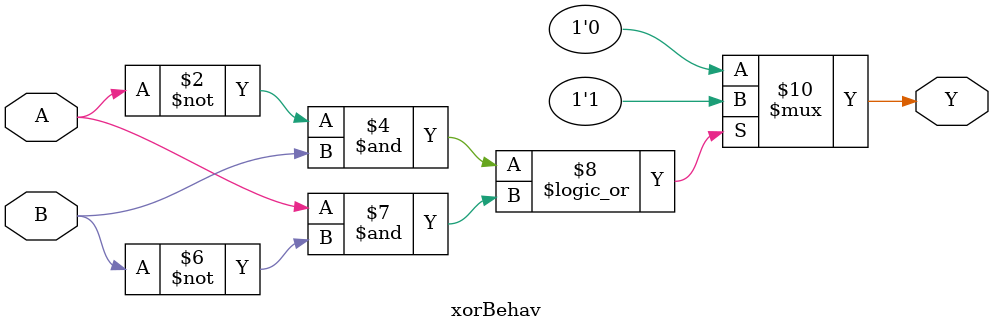
<source format=v>
/* gates module */

/* OR module */
module orBehav(output reg Y, input A,B);
	always @(A or B) begin 
    		if(A == 1'b0 & B == 1'b0)
        		Y=1'b0;
    		else
        		Y=1'b1;
	end
endmodule

/* AND module */
module andBehav(output reg Y, input A,B);
	always @(A or B) begin 
    		if(A == 1'b1 & B == 1'b1)
        		Y=1'b1;
    		else
        		Y=1'b0;
		end
endmodule

/* NAND module */
module nandBehav(output reg Y, input A,B);
	always @(A or B) begin 
    		if(A == 1'b1 & B == 1'b1)
        		Y=1'b0;
   		else
        		Y=1'b1;
	end
endmodule

/* NOR module */
module norBehav(output reg Y, input A,B);
	always @(A or B) begin 
    		if(A == 1'b0 & B == 1'b0)
        		Y=1'b1;
    		else
        		Y=1'b0;
	end
endmodule

/* XOR module */
module xorBehav(output reg Y, input A,B);
	always @(A or B) begin 
    		if((A == 1'b0 & B == 1'b1) || (A == 1'b1 & B==1'b0))
        		Y=1'b1;
    		else
        		Y=1'b0;
	end
endmodule

</source>
